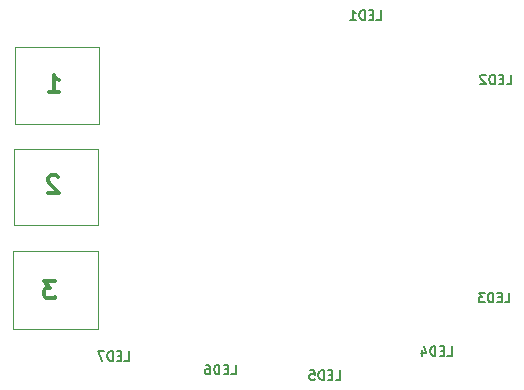
<source format=gbr>
%TF.GenerationSoftware,KiCad,Pcbnew,9.0.6*%
%TF.CreationDate,2025-12-26T20:18:00+00:00*%
%TF.ProjectId,PIDI-BOX-01-FRONTPANEL-1-3TE-A1,50494449-2d42-44f5-982d-30312d46524f,rev?*%
%TF.SameCoordinates,Original*%
%TF.FileFunction,Legend,Bot*%
%TF.FilePolarity,Positive*%
%FSLAX46Y46*%
G04 Gerber Fmt 4.6, Leading zero omitted, Abs format (unit mm)*
G04 Created by KiCad (PCBNEW 9.0.6) date 2025-12-26 20:18:00*
%MOMM*%
%LPD*%
G01*
G04 APERTURE LIST*
%ADD10C,0.100000*%
%ADD11C,0.300000*%
%ADD12C,0.150000*%
G04 APERTURE END LIST*
D10*
X85850000Y-56450000D02*
X92900000Y-56450000D01*
X92900000Y-62900000D01*
X85850000Y-62900000D01*
X85850000Y-56450000D01*
X85700000Y-65050000D02*
X92800000Y-65050000D01*
X92800000Y-71450000D01*
X85700000Y-71450000D01*
X85700000Y-65050000D01*
X85650000Y-73700000D02*
X92800000Y-73700000D01*
X92800000Y-80250000D01*
X85650000Y-80250000D01*
X85650000Y-73700000D01*
D11*
X89466917Y-67393685D02*
X89395489Y-67322257D01*
X89395489Y-67322257D02*
X89252632Y-67250828D01*
X89252632Y-67250828D02*
X88895489Y-67250828D01*
X88895489Y-67250828D02*
X88752632Y-67322257D01*
X88752632Y-67322257D02*
X88681203Y-67393685D01*
X88681203Y-67393685D02*
X88609774Y-67536542D01*
X88609774Y-67536542D02*
X88609774Y-67679400D01*
X88609774Y-67679400D02*
X88681203Y-67893685D01*
X88681203Y-67893685D02*
X89538346Y-68750828D01*
X89538346Y-68750828D02*
X88609774Y-68750828D01*
D12*
X116406438Y-54108695D02*
X116787390Y-54108695D01*
X116787390Y-54108695D02*
X116787390Y-53308695D01*
X116139771Y-53689647D02*
X115873105Y-53689647D01*
X115758819Y-54108695D02*
X116139771Y-54108695D01*
X116139771Y-54108695D02*
X116139771Y-53308695D01*
X116139771Y-53308695D02*
X115758819Y-53308695D01*
X115415961Y-54108695D02*
X115415961Y-53308695D01*
X115415961Y-53308695D02*
X115225485Y-53308695D01*
X115225485Y-53308695D02*
X115111199Y-53346790D01*
X115111199Y-53346790D02*
X115035009Y-53422980D01*
X115035009Y-53422980D02*
X114996914Y-53499171D01*
X114996914Y-53499171D02*
X114958818Y-53651552D01*
X114958818Y-53651552D02*
X114958818Y-53765838D01*
X114958818Y-53765838D02*
X114996914Y-53918219D01*
X114996914Y-53918219D02*
X115035009Y-53994409D01*
X115035009Y-53994409D02*
X115111199Y-54070600D01*
X115111199Y-54070600D02*
X115225485Y-54108695D01*
X115225485Y-54108695D02*
X115415961Y-54108695D01*
X114196914Y-54108695D02*
X114654057Y-54108695D01*
X114425485Y-54108695D02*
X114425485Y-53308695D01*
X114425485Y-53308695D02*
X114501676Y-53422980D01*
X114501676Y-53422980D02*
X114577866Y-53499171D01*
X114577866Y-53499171D02*
X114654057Y-53537266D01*
X127277638Y-78035495D02*
X127658590Y-78035495D01*
X127658590Y-78035495D02*
X127658590Y-77235495D01*
X127010971Y-77616447D02*
X126744305Y-77616447D01*
X126630019Y-78035495D02*
X127010971Y-78035495D01*
X127010971Y-78035495D02*
X127010971Y-77235495D01*
X127010971Y-77235495D02*
X126630019Y-77235495D01*
X126287161Y-78035495D02*
X126287161Y-77235495D01*
X126287161Y-77235495D02*
X126096685Y-77235495D01*
X126096685Y-77235495D02*
X125982399Y-77273590D01*
X125982399Y-77273590D02*
X125906209Y-77349780D01*
X125906209Y-77349780D02*
X125868114Y-77425971D01*
X125868114Y-77425971D02*
X125830018Y-77578352D01*
X125830018Y-77578352D02*
X125830018Y-77692638D01*
X125830018Y-77692638D02*
X125868114Y-77845019D01*
X125868114Y-77845019D02*
X125906209Y-77921209D01*
X125906209Y-77921209D02*
X125982399Y-77997400D01*
X125982399Y-77997400D02*
X126096685Y-78035495D01*
X126096685Y-78035495D02*
X126287161Y-78035495D01*
X125563352Y-77235495D02*
X125068114Y-77235495D01*
X125068114Y-77235495D02*
X125334780Y-77540257D01*
X125334780Y-77540257D02*
X125220495Y-77540257D01*
X125220495Y-77540257D02*
X125144304Y-77578352D01*
X125144304Y-77578352D02*
X125106209Y-77616447D01*
X125106209Y-77616447D02*
X125068114Y-77692638D01*
X125068114Y-77692638D02*
X125068114Y-77883114D01*
X125068114Y-77883114D02*
X125106209Y-77959304D01*
X125106209Y-77959304D02*
X125144304Y-77997400D01*
X125144304Y-77997400D02*
X125220495Y-78035495D01*
X125220495Y-78035495D02*
X125449066Y-78035495D01*
X125449066Y-78035495D02*
X125525257Y-77997400D01*
X125525257Y-77997400D02*
X125563352Y-77959304D01*
X112952038Y-84588695D02*
X113332990Y-84588695D01*
X113332990Y-84588695D02*
X113332990Y-83788695D01*
X112685371Y-84169647D02*
X112418705Y-84169647D01*
X112304419Y-84588695D02*
X112685371Y-84588695D01*
X112685371Y-84588695D02*
X112685371Y-83788695D01*
X112685371Y-83788695D02*
X112304419Y-83788695D01*
X111961561Y-84588695D02*
X111961561Y-83788695D01*
X111961561Y-83788695D02*
X111771085Y-83788695D01*
X111771085Y-83788695D02*
X111656799Y-83826790D01*
X111656799Y-83826790D02*
X111580609Y-83902980D01*
X111580609Y-83902980D02*
X111542514Y-83979171D01*
X111542514Y-83979171D02*
X111504418Y-84131552D01*
X111504418Y-84131552D02*
X111504418Y-84245838D01*
X111504418Y-84245838D02*
X111542514Y-84398219D01*
X111542514Y-84398219D02*
X111580609Y-84474409D01*
X111580609Y-84474409D02*
X111656799Y-84550600D01*
X111656799Y-84550600D02*
X111771085Y-84588695D01*
X111771085Y-84588695D02*
X111961561Y-84588695D01*
X110780609Y-83788695D02*
X111161561Y-83788695D01*
X111161561Y-83788695D02*
X111199657Y-84169647D01*
X111199657Y-84169647D02*
X111161561Y-84131552D01*
X111161561Y-84131552D02*
X111085371Y-84093457D01*
X111085371Y-84093457D02*
X110894895Y-84093457D01*
X110894895Y-84093457D02*
X110818704Y-84131552D01*
X110818704Y-84131552D02*
X110780609Y-84169647D01*
X110780609Y-84169647D02*
X110742514Y-84245838D01*
X110742514Y-84245838D02*
X110742514Y-84436314D01*
X110742514Y-84436314D02*
X110780609Y-84512504D01*
X110780609Y-84512504D02*
X110818704Y-84550600D01*
X110818704Y-84550600D02*
X110894895Y-84588695D01*
X110894895Y-84588695D02*
X111085371Y-84588695D01*
X111085371Y-84588695D02*
X111161561Y-84550600D01*
X111161561Y-84550600D02*
X111199657Y-84512504D01*
X95070438Y-82963095D02*
X95451390Y-82963095D01*
X95451390Y-82963095D02*
X95451390Y-82163095D01*
X94803771Y-82544047D02*
X94537105Y-82544047D01*
X94422819Y-82963095D02*
X94803771Y-82963095D01*
X94803771Y-82963095D02*
X94803771Y-82163095D01*
X94803771Y-82163095D02*
X94422819Y-82163095D01*
X94079961Y-82963095D02*
X94079961Y-82163095D01*
X94079961Y-82163095D02*
X93889485Y-82163095D01*
X93889485Y-82163095D02*
X93775199Y-82201190D01*
X93775199Y-82201190D02*
X93699009Y-82277380D01*
X93699009Y-82277380D02*
X93660914Y-82353571D01*
X93660914Y-82353571D02*
X93622818Y-82505952D01*
X93622818Y-82505952D02*
X93622818Y-82620238D01*
X93622818Y-82620238D02*
X93660914Y-82772619D01*
X93660914Y-82772619D02*
X93699009Y-82848809D01*
X93699009Y-82848809D02*
X93775199Y-82925000D01*
X93775199Y-82925000D02*
X93889485Y-82963095D01*
X93889485Y-82963095D02*
X94079961Y-82963095D01*
X93356152Y-82163095D02*
X92822818Y-82163095D01*
X92822818Y-82163095D02*
X93165676Y-82963095D01*
D11*
X88659774Y-60250828D02*
X89516917Y-60250828D01*
X89088346Y-60250828D02*
X89088346Y-58750828D01*
X89088346Y-58750828D02*
X89231203Y-58965114D01*
X89231203Y-58965114D02*
X89374060Y-59107971D01*
X89374060Y-59107971D02*
X89516917Y-59179400D01*
X89238346Y-76200828D02*
X88309774Y-76200828D01*
X88309774Y-76200828D02*
X88809774Y-76772257D01*
X88809774Y-76772257D02*
X88595489Y-76772257D01*
X88595489Y-76772257D02*
X88452632Y-76843685D01*
X88452632Y-76843685D02*
X88381203Y-76915114D01*
X88381203Y-76915114D02*
X88309774Y-77057971D01*
X88309774Y-77057971D02*
X88309774Y-77415114D01*
X88309774Y-77415114D02*
X88381203Y-77557971D01*
X88381203Y-77557971D02*
X88452632Y-77629400D01*
X88452632Y-77629400D02*
X88595489Y-77700828D01*
X88595489Y-77700828D02*
X89024060Y-77700828D01*
X89024060Y-77700828D02*
X89166917Y-77629400D01*
X89166917Y-77629400D02*
X89238346Y-77557971D01*
D12*
X127430038Y-59544295D02*
X127810990Y-59544295D01*
X127810990Y-59544295D02*
X127810990Y-58744295D01*
X127163371Y-59125247D02*
X126896705Y-59125247D01*
X126782419Y-59544295D02*
X127163371Y-59544295D01*
X127163371Y-59544295D02*
X127163371Y-58744295D01*
X127163371Y-58744295D02*
X126782419Y-58744295D01*
X126439561Y-59544295D02*
X126439561Y-58744295D01*
X126439561Y-58744295D02*
X126249085Y-58744295D01*
X126249085Y-58744295D02*
X126134799Y-58782390D01*
X126134799Y-58782390D02*
X126058609Y-58858580D01*
X126058609Y-58858580D02*
X126020514Y-58934771D01*
X126020514Y-58934771D02*
X125982418Y-59087152D01*
X125982418Y-59087152D02*
X125982418Y-59201438D01*
X125982418Y-59201438D02*
X126020514Y-59353819D01*
X126020514Y-59353819D02*
X126058609Y-59430009D01*
X126058609Y-59430009D02*
X126134799Y-59506200D01*
X126134799Y-59506200D02*
X126249085Y-59544295D01*
X126249085Y-59544295D02*
X126439561Y-59544295D01*
X125677657Y-58820485D02*
X125639561Y-58782390D01*
X125639561Y-58782390D02*
X125563371Y-58744295D01*
X125563371Y-58744295D02*
X125372895Y-58744295D01*
X125372895Y-58744295D02*
X125296704Y-58782390D01*
X125296704Y-58782390D02*
X125258609Y-58820485D01*
X125258609Y-58820485D02*
X125220514Y-58896676D01*
X125220514Y-58896676D02*
X125220514Y-58972866D01*
X125220514Y-58972866D02*
X125258609Y-59087152D01*
X125258609Y-59087152D02*
X125715752Y-59544295D01*
X125715752Y-59544295D02*
X125220514Y-59544295D01*
X104112838Y-84131495D02*
X104493790Y-84131495D01*
X104493790Y-84131495D02*
X104493790Y-83331495D01*
X103846171Y-83712447D02*
X103579505Y-83712447D01*
X103465219Y-84131495D02*
X103846171Y-84131495D01*
X103846171Y-84131495D02*
X103846171Y-83331495D01*
X103846171Y-83331495D02*
X103465219Y-83331495D01*
X103122361Y-84131495D02*
X103122361Y-83331495D01*
X103122361Y-83331495D02*
X102931885Y-83331495D01*
X102931885Y-83331495D02*
X102817599Y-83369590D01*
X102817599Y-83369590D02*
X102741409Y-83445780D01*
X102741409Y-83445780D02*
X102703314Y-83521971D01*
X102703314Y-83521971D02*
X102665218Y-83674352D01*
X102665218Y-83674352D02*
X102665218Y-83788638D01*
X102665218Y-83788638D02*
X102703314Y-83941019D01*
X102703314Y-83941019D02*
X102741409Y-84017209D01*
X102741409Y-84017209D02*
X102817599Y-84093400D01*
X102817599Y-84093400D02*
X102931885Y-84131495D01*
X102931885Y-84131495D02*
X103122361Y-84131495D01*
X101979504Y-83331495D02*
X102131885Y-83331495D01*
X102131885Y-83331495D02*
X102208076Y-83369590D01*
X102208076Y-83369590D02*
X102246171Y-83407685D01*
X102246171Y-83407685D02*
X102322361Y-83521971D01*
X102322361Y-83521971D02*
X102360457Y-83674352D01*
X102360457Y-83674352D02*
X102360457Y-83979114D01*
X102360457Y-83979114D02*
X102322361Y-84055304D01*
X102322361Y-84055304D02*
X102284266Y-84093400D01*
X102284266Y-84093400D02*
X102208076Y-84131495D01*
X102208076Y-84131495D02*
X102055695Y-84131495D01*
X102055695Y-84131495D02*
X101979504Y-84093400D01*
X101979504Y-84093400D02*
X101941409Y-84055304D01*
X101941409Y-84055304D02*
X101903314Y-83979114D01*
X101903314Y-83979114D02*
X101903314Y-83788638D01*
X101903314Y-83788638D02*
X101941409Y-83712447D01*
X101941409Y-83712447D02*
X101979504Y-83674352D01*
X101979504Y-83674352D02*
X102055695Y-83636257D01*
X102055695Y-83636257D02*
X102208076Y-83636257D01*
X102208076Y-83636257D02*
X102284266Y-83674352D01*
X102284266Y-83674352D02*
X102322361Y-83712447D01*
X102322361Y-83712447D02*
X102360457Y-83788638D01*
X122400838Y-82556695D02*
X122781790Y-82556695D01*
X122781790Y-82556695D02*
X122781790Y-81756695D01*
X122134171Y-82137647D02*
X121867505Y-82137647D01*
X121753219Y-82556695D02*
X122134171Y-82556695D01*
X122134171Y-82556695D02*
X122134171Y-81756695D01*
X122134171Y-81756695D02*
X121753219Y-81756695D01*
X121410361Y-82556695D02*
X121410361Y-81756695D01*
X121410361Y-81756695D02*
X121219885Y-81756695D01*
X121219885Y-81756695D02*
X121105599Y-81794790D01*
X121105599Y-81794790D02*
X121029409Y-81870980D01*
X121029409Y-81870980D02*
X120991314Y-81947171D01*
X120991314Y-81947171D02*
X120953218Y-82099552D01*
X120953218Y-82099552D02*
X120953218Y-82213838D01*
X120953218Y-82213838D02*
X120991314Y-82366219D01*
X120991314Y-82366219D02*
X121029409Y-82442409D01*
X121029409Y-82442409D02*
X121105599Y-82518600D01*
X121105599Y-82518600D02*
X121219885Y-82556695D01*
X121219885Y-82556695D02*
X121410361Y-82556695D01*
X120267504Y-82023361D02*
X120267504Y-82556695D01*
X120457980Y-81718600D02*
X120648457Y-82290028D01*
X120648457Y-82290028D02*
X120153218Y-82290028D01*
M02*

</source>
